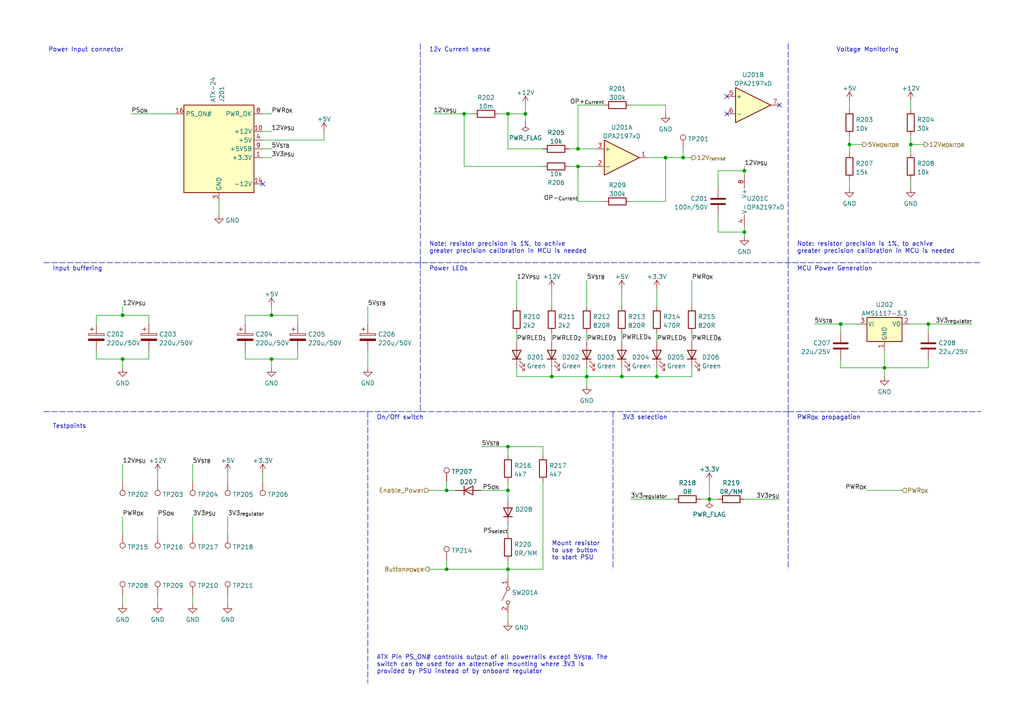
<source format=kicad_sch>
(kicad_sch (version 20211123) (generator eeschema)
  (paper "A4")
  (title_block (title "Led Wall Controller") (rev "1") (company "Skrooter Audio"))
  (lib_symbols
    (symbol "Amplifier_Operational:OPA2197xD" (pin_names (offset 0.127))
      (property "Reference" "U" (at 2.54 6.35 0))
      (property "Value" "OPA2197xD" (at 2.54 3.81 0))
      (symbol "OPA2197xD_1_1"
        (polyline (pts (xy 5.08 0) (xy -5.08 5.08) (xy -5.08 -5.08) (xy 5.08 0)) (stroke (width 0.254)) (fill (type background)))
        (pin output line (at 7.62 0 180) (length 2.54) (name "~") (number "1"))
        (pin input line (at -7.62 -2.54 0) (length 2.54) (name "-") (number "2"))
        (pin input line (at -7.62 2.54 0) (length 2.54) (name "+") (number "3"))
      )
      (symbol "OPA2197xD_2_1"
        (polyline (pts (xy 5.08 0) (xy -5.08 5.08) (xy -5.08 -5.08) (xy 5.08 0)) (stroke (width 0.254)) (fill (type background)))
        (pin input line (at -7.62 2.54 0) (length 2.54) (name "+") (number "5"))
        (pin input line (at -7.62 -2.54 0) (length 2.54) (name "-") (number "6"))
        (pin output line (at 7.62 0 180) (length 2.54) (name "~") (number "7"))
      )
      (symbol "OPA2197xD_3_1"
        (pin power_in line (at 0 -7.62 90) (length 3.81) (name "V-") (number "4"))
        (pin power_in line (at 0 7.62 270) (length 3.81) (name "V+") (number "8"))
      )
    )
    (symbol "Connector:ATX-24"
      (property "Reference" "J" (at -8.89 13.97 0))
      (property "Value" "ATX-24" (at 6.35 13.97 0))
      (symbol "ATX-24_0_1"
        (rectangle (start -10.16 12.7) (end 10.16 -12.7) (stroke (width 0.254)) (fill (type background)))
      )
      (symbol "ATX-24_1_1"
        (pin power_out line (at 12.7 -2.54 180) (length 2.54) (name "+3.3V") (number "1"))
        (pin power_out line (at 12.7 5.08 180) (length 2.54) (name "+12V") (number "10"))
        (pin passive line (at 12.7 5.08 180) (length 2.54) hide (name "+12V") (number "11"))
        (pin passive line (at 12.7 -2.54 180) (length 2.54) hide (name "+3.3V") (number "12"))
        (pin passive line (at 12.7 -2.54 180) (length 2.54) hide (name "+3.3V") (number "13"))
        (pin power_out line (at 12.7 -10.16 180) (length 2.54) (name "-12V") (number "14"))
        (pin passive line (at 0 -15.24 90) (length 2.54) hide (name "GND") (number "15"))
        (pin open_collector line (at -12.7 10.16 0) (length 2.54) (name "PS_ON#") (number "16"))
        (pin passive line (at 0 -15.24 90) (length 2.54) hide (name "GND") (number "17"))
        (pin passive line (at 0 -15.24 90) (length 2.54) hide (name "GND") (number "18"))
        (pin passive line (at 0 -15.24 90) (length 2.54) hide (name "GND") (number "19"))
        (pin passive line (at 12.7 -2.54 180) (length 2.54) hide (name "+3.3V") (number "2"))
        (pin no_connect line (at -10.16 0 0) (length 2.54) hide (name "NC") (number "20"))
        (pin passive line (at 12.7 2.54 180) (length 2.54) hide (name "+5V") (number "21"))
        (pin passive line (at 12.7 2.54 180) (length 2.54) hide (name "+5V") (number "22"))
        (pin passive line (at 12.7 2.54 180) (length 2.54) hide (name "+5V") (number "23"))
        (pin passive line (at 0 -15.24 90) (length 2.54) hide (name "GND") (number "24"))
        (pin power_out line (at 0 -15.24 90) (length 2.54) (name "GND") (number "3"))
        (pin power_out line (at 12.7 2.54 180) (length 2.54) (name "+5V") (number "4"))
        (pin passive line (at 0 -15.24 90) (length 2.54) hide (name "GND") (number "5"))
        (pin passive line (at 12.7 2.54 180) (length 2.54) hide (name "+5V") (number "6"))
        (pin passive line (at 0 -15.24 90) (length 2.54) hide (name "GND") (number "7"))
        (pin output line (at 12.7 10.16 180) (length 2.54) (name "PWR_OK") (number "8"))
        (pin power_out line (at 12.7 0 180) (length 2.54) (name "+5VSB") (number "9"))
      )
    )
    (symbol "Connector:TestPoint" (pin_numbers hide) (pin_names (offset 0.762) hide)
      (property "Reference" "TP" (at 0 6.858 0))
      (property "Value" "TestPoint" (at 0 5.08 0))
      (symbol "TestPoint_0_1"
        (circle (center 0 3.302) (radius 0.762))
      )
      (symbol "TestPoint_1_1"
        (pin passive line (at 0 0 90) (length 2.54) (name "1") (number "1"))
      )
    )
    (symbol "Device:C" (pin_numbers hide) (pin_names (offset 0.254))
      (property "Reference" "C" (at 0.635 2.54 0))
      (property "Value" "C" (at 0.635 -2.54 0))
      (symbol "C_0_1"
        (polyline (pts (xy -2.032 -0.762) (xy 2.032 -0.762)) (stroke (width 0.508)))
        (polyline (pts (xy -2.032 0.762) (xy 2.032 0.762)) (stroke (width 0.508)))
      )
      (symbol "C_1_1"
        (pin passive line (at 0 3.81 270) (length 2.794) (name "~") (number "1"))
        (pin passive line (at 0 -3.81 90) (length 2.794) (name "~") (number "2"))
      )
    )
    (symbol "Device:C_Polarized" (pin_numbers hide) (pin_names (offset 0.254))
      (property "Reference" "C" (at 0.635 2.54 0))
      (property "Value" "C_Polarized" (at 0.635 -2.54 0))
      (symbol "C_Polarized_0_1"
        (rectangle (start -2.286 0.508) (end 2.286 1.016))
        (polyline (pts (xy -1.778 2.286) (xy -0.762 2.286)))
        (polyline (pts (xy -1.27 2.794) (xy -1.27 1.778)))
        (rectangle (start 2.286 -0.508) (end -2.286 -1.016) (fill (type outline)))
      )
      (symbol "C_Polarized_1_1"
        (pin passive line (at 0 3.81 270) (length 2.794) (name "~") (number "1"))
        (pin passive line (at 0 -3.81 90) (length 2.794) (name "~") (number "2"))
      )
    )
    (symbol "Device:D" (pin_numbers hide) (pin_names (offset 1.016) hide)
      (property "Reference" "D" (at 0 2.54 0))
      (property "Value" "D" (at 0 -2.54 0))
      (symbol "D_0_1"
        (polyline (pts (xy -1.27 1.27) (xy -1.27 -1.27)) (stroke (width 0.254)))
        (polyline (pts (xy 1.27 0) (xy -1.27 0)))
        (polyline (pts (xy 1.27 1.27) (xy 1.27 -1.27) (xy -1.27 0) (xy 1.27 1.27)) (stroke (width 0.254)))
      )
      (symbol "D_1_1"
        (pin passive line (at -3.81 0 0) (length 2.54) (name "K") (number "1"))
        (pin passive line (at 3.81 0 180) (length 2.54) (name "A") (number "2"))
      )
    )
    (symbol "Device:LED" (pin_numbers hide) (pin_names (offset 1.016) hide)
      (property "Reference" "D" (at 0 2.54 0))
      (property "Value" "LED" (at 0 -2.54 0))
      (symbol "LED_0_1"
        (polyline (pts (xy -1.27 -1.27) (xy -1.27 1.27)) (stroke (width 0.254)))
        (polyline (pts (xy -1.27 0) (xy 1.27 0)))
        (polyline (pts (xy 1.27 -1.27) (xy 1.27 1.27) (xy -1.27 0) (xy 1.27 -1.27)) (stroke (width 0.254)))
        (polyline (pts (xy -3.048 -0.762) (xy -4.572 -2.286) (xy -3.81 -2.286) (xy -4.572 -2.286) (xy -4.572 -1.524)))
        (polyline (pts (xy -1.778 -0.762) (xy -3.302 -2.286) (xy -2.54 -2.286) (xy -3.302 -2.286) (xy -3.302 -1.524)))
      )
      (symbol "LED_1_1"
        (pin passive line (at -3.81 0 0) (length 2.54) (name "K") (number "1"))
        (pin passive line (at 3.81 0 180) (length 2.54) (name "A") (number "2"))
      )
    )
    (symbol "Device:R" (pin_numbers hide) (pin_names (offset 0))
      (property "Reference" "R" (at 2.032 0 90))
      (property "Value" "R" (at 0 0 90))
      (symbol "R_0_1"
        (rectangle (start -1.016 -2.54) (end 1.016 2.54) (stroke (width 0.254)))
      )
      (symbol "R_1_1"
        (pin passive line (at 0 3.81 270) (length 1.27) (name "~") (number "1"))
        (pin passive line (at 0 -3.81 90) (length 1.27) (name "~") (number "2"))
      )
    )
    (symbol "Regulator_Linear:AMS1117-3.3" (pin_names (offset 0.254))
      (property "Reference" "U" (at -3.81 3.175 0))
      (property "Value" "AMS1117-3.3" (at 0 3.175 0))
      (symbol "AMS1117-3.3_0_1"
        (rectangle (start -5.08 -5.08) (end 5.08 1.905) (stroke (width 0.254)) (fill (type background)))
      )
      (symbol "AMS1117-3.3_1_1"
        (pin power_in line (at 0 -7.62 90) (length 2.54) (name "GND") (number "1"))
        (pin power_out line (at 7.62 0 180) (length 2.54) (name "VO") (number "2"))
        (pin power_in line (at -7.62 0 0) (length 2.54) (name "VI") (number "3"))
      )
    )
    (symbol "Switch:SW_DPST_x2" (pin_names (offset 0) hide)
      (property "Reference" "SW" (at 0 3.175 0))
      (property "Value" "SW_DPST_x2" (at 0 -2.54 0))
      (symbol "SW_DPST_x2_0_0"
        (circle (center -2.032 0) (radius 0.508))
        (polyline (pts (xy -1.524 0.254) (xy 1.524 1.778)))
        (circle (center 2.032 0) (radius 0.508))
      )
      (symbol "SW_DPST_x2_1_1"
        (pin passive line (at -5.08 0 0) (length 2.54) (name "A") (number "1"))
        (pin passive line (at 5.08 0 180) (length 2.54) (name "B") (number "2"))
      )
      (symbol "SW_DPST_x2_2_1"
        (pin passive line (at -5.08 0 0) (length 2.54) (name "A") (number "3"))
        (pin passive line (at 5.08 0 180) (length 2.54) (name "B") (number "4"))
      )
    )
    (symbol "power:+12V" (power) (pin_names (offset 0))
      (property "Value" "+12V" (at 0 3.556 0))
      (symbol "+12V_0_1"
        (polyline (pts (xy -0.762 1.27) (xy 0 2.54)))
        (polyline (pts (xy 0 0) (xy 0 2.54)))
        (polyline (pts (xy 0 2.54) (xy 0.762 1.27)))
      )
      (symbol "+12V_1_1"
        (pin power_in line (at 0 0 90) (length 0) hide (name "+12V") (number "1"))
      )
    )
    (symbol "power:+3.3V" (power) (pin_names (offset 0))
      (property "Value" "+3.3V" (at 0 3.556 0))
      (symbol "+3.3V_0_1"
        (polyline (pts (xy -0.762 1.27) (xy 0 2.54)))
        (polyline (pts (xy 0 0) (xy 0 2.54)))
        (polyline (pts (xy 0 2.54) (xy 0.762 1.27)))
      )
      (symbol "+3.3V_1_1"
        (pin power_in line (at 0 0 90) (length 0) hide (name "+3.3V") (number "1"))
      )
    )
    (symbol "power:+5V" (power) (pin_names (offset 0))
      (property "Value" "+5V" (at 0 3.556 0))
      (symbol "+5V_0_1"
        (polyline (pts (xy -0.762 1.27) (xy 0 2.54)))
        (polyline (pts (xy 0 0) (xy 0 2.54)))
        (polyline (pts (xy 0 2.54) (xy 0.762 1.27)))
      )
      (symbol "+5V_1_1"
        (pin power_in line (at 0 0 90) (length 0) hide (name "+5V") (number "1"))
      )
    )
    (symbol "power:GND" (power) (pin_names (offset 0))
      (property "Value" "GND" (at 0 -3.81 0))
      (symbol "GND_0_1"
        (polyline (pts (xy 0 0) (xy 0 -1.27) (xy 1.27 -1.27) (xy 0 -2.54) (xy -1.27 -1.27) (xy 0 -1.27)))
      )
      (symbol "GND_1_1"
        (pin power_in line (at 0 0 270) (length 0) hide (name "GND") (number "1"))
      )
    )
    (symbol "power:PWR_FLAG" (power) (pin_numbers hide) (pin_names (offset 0) hide)
      (property "Value" "PWR_FLAG" (at 0 3.81 0))
      (symbol "PWR_FLAG_0_0"
        (pin power_out line (at 0 0 90) (length 0) (name "pwr") (number "1"))
      )
      (symbol "PWR_FLAG_0_1"
        (polyline (pts (xy 0 0) (xy 0 1.27) (xy -1.016 1.905) (xy 0 2.54) (xy 1.016 1.905) (xy 0 1.27)))
      )
    )
  )
  (junction (at 167.64 43.18))
  (junction (at 243.84 93.98))
  (junction (at 147.32 142.24))
  (junction (at 147.32 129.54))
  (junction (at 35.56 104.14))
  (junction (at 269.24 93.98))
  (junction (at 198.12 45.72))
  (junction (at 147.32 165.1))
  (junction (at 78.74 104.14))
  (junction (at 215.9 67.31))
  (junction (at 246.38 41.91))
  (junction (at 129.54 142.24))
  (junction (at 193.04 45.72))
  (junction (at 264.16 41.91))
  (junction (at 129.54 165.1))
  (junction (at 190.5 109.22))
  (junction (at 167.64 48.26))
  (junction (at 152.4 33.02))
  (junction (at 256.54 106.68))
  (junction (at 147.32 33.02))
  (junction (at 215.9 49.53))
  (junction (at 170.18 109.22))
  (junction (at 180.34 109.22))
  (junction (at 78.74 91.44))
  (junction (at 205.74 144.78))
  (junction (at 35.56 91.44))
  (junction (at 134.62 33.02))
  (junction (at 160.02 109.22))
  (no_connect (at 76.2 53.34))
  (no_connect (at 226.06 30.48))
  (no_connect (at 210.82 27.94))
  (no_connect (at 210.82 33.02))
  (wire (pts (xy 71.12 91.44) (xy 78.74 91.44)))
  (polyline (pts (xy 12.7 119.38) (xy 121.92 119.38)))
  (wire (pts (xy 147.32 43.18) (xy 147.32 33.02)))
  (wire (pts (xy 43.18 101.6) (xy 43.18 104.14)))
  (wire (pts (xy 215.9 48.26) (xy 215.9 49.53)))
  (wire (pts (xy 63.5 58.42) (xy 63.5 62.23)))
  (wire (pts (xy 157.48 129.54) (xy 157.48 132.08)))
  (wire (pts (xy 182.88 30.48) (xy 193.04 30.48)))
  (polyline (pts (xy 106.68 119.38) (xy 106.68 198.12)))
  (polyline (pts (xy 12.7 76.2) (xy 284.48 76.2)))
  (wire (pts (xy 45.72 172.72) (xy 45.72 175.26)))
  (wire (pts (xy 76.2 137.16) (xy 76.2 139.7)))
  (wire (pts (xy 147.32 165.1) (xy 147.32 167.64)))
  (wire (pts (xy 269.24 96.52) (xy 269.24 93.98)))
  (wire (pts (xy 134.62 48.26) (xy 134.62 33.02)))
  (wire (pts (xy 149.86 81.28) (xy 149.86 88.9)))
  (wire (pts (xy 193.04 58.42) (xy 193.04 45.72)))
  (wire (pts (xy 167.64 30.48) (xy 175.26 30.48)))
  (wire (pts (xy 35.56 149.86) (xy 35.56 154.94)))
  (wire (pts (xy 198.12 43.18) (xy 198.12 45.72)))
  (wire (pts (xy 264.16 52.07) (xy 264.16 54.61)))
  (wire (pts (xy 243.84 106.68) (xy 256.54 106.68)))
  (wire (pts (xy 205.74 139.7) (xy 205.74 144.78)))
  (wire (pts (xy 35.56 104.14) (xy 35.56 106.68)))
  (polyline (pts (xy 121.92 119.38) (xy 228.6 119.38)))
  (wire (pts (xy 215.9 67.31) (xy 215.9 68.58)))
  (wire (pts (xy 55.88 172.72) (xy 55.88 175.26)))
  (wire (pts (xy 243.84 93.98) (xy 248.92 93.98)))
  (wire (pts (xy 246.38 41.91) (xy 250.19 41.91)))
  (wire (pts (xy 35.56 91.44) (xy 43.18 91.44)))
  (wire (pts (xy 71.12 93.98) (xy 71.12 91.44)))
  (wire (pts (xy 182.88 144.78) (xy 195.58 144.78)))
  (wire (pts (xy 76.2 43.18) (xy 78.74 43.18)))
  (wire (pts (xy 187.96 45.72) (xy 193.04 45.72)))
  (wire (pts (xy 208.28 67.31) (xy 208.28 62.23)))
  (wire (pts (xy 147.32 139.7) (xy 147.32 142.24)))
  (wire (pts (xy 71.12 104.14) (xy 78.74 104.14)))
  (wire (pts (xy 256.54 106.68) (xy 256.54 109.22)))
  (wire (pts (xy 264.16 39.37) (xy 264.16 41.91)))
  (wire (pts (xy 27.94 91.44) (xy 35.56 91.44)))
  (wire (pts (xy 35.56 134.62) (xy 35.56 139.7)))
  (wire (pts (xy 269.24 104.14) (xy 269.24 106.68)))
  (polyline (pts (xy 228.6 119.38) (xy 228.6 165.1)))
  (wire (pts (xy 43.18 91.44) (xy 43.18 93.98)))
  (wire (pts (xy 264.16 29.21) (xy 264.16 31.75)))
  (wire (pts (xy 180.34 109.22) (xy 180.34 106.68)))
  (wire (pts (xy 149.86 96.52) (xy 149.86 99.06)))
  (wire (pts (xy 78.74 104.14) (xy 78.74 106.68)))
  (wire (pts (xy 45.72 149.86) (xy 45.72 154.94)))
  (wire (pts (xy 200.66 109.22) (xy 200.66 106.68)))
  (wire (pts (xy 180.34 109.22) (xy 190.5 109.22)))
  (wire (pts (xy 45.72 137.16) (xy 45.72 139.7)))
  (wire (pts (xy 256.54 106.68) (xy 256.54 101.6)))
  (wire (pts (xy 215.9 144.78) (xy 226.06 144.78)))
  (wire (pts (xy 157.48 43.18) (xy 147.32 43.18)))
  (wire (pts (xy 170.18 81.28) (xy 170.18 88.9)))
  (wire (pts (xy 236.22 93.98) (xy 243.84 93.98)))
  (wire (pts (xy 200.66 96.52) (xy 200.66 99.06)))
  (wire (pts (xy 167.64 58.42) (xy 167.64 48.26)))
  (wire (pts (xy 78.74 88.9) (xy 78.74 91.44)))
  (wire (pts (xy 106.68 101.6) (xy 106.68 106.68)))
  (wire (pts (xy 27.94 101.6) (xy 27.94 104.14)))
  (wire (pts (xy 78.74 91.44) (xy 86.36 91.44)))
  (wire (pts (xy 215.9 66.04) (xy 215.9 67.31)))
  (wire (pts (xy 160.02 109.22) (xy 149.86 109.22)))
  (wire (pts (xy 251.46 142.24) (xy 261.62 142.24)))
  (wire (pts (xy 180.34 83.82) (xy 180.34 88.9)))
  (wire (pts (xy 38.1 33.02) (xy 50.8 33.02)))
  (polyline (pts (xy 121.92 12.7) (xy 121.92 76.2)))
  (wire (pts (xy 147.32 129.54) (xy 157.48 129.54)))
  (wire (pts (xy 246.38 29.21) (xy 246.38 31.75)))
  (polyline (pts (xy 228.6 12.7) (xy 228.6 76.2)))
  (wire (pts (xy 170.18 111.76) (xy 170.18 109.22)))
  (wire (pts (xy 147.32 33.02) (xy 144.78 33.02)))
  (wire (pts (xy 147.32 142.24) (xy 147.32 144.78)))
  (wire (pts (xy 170.18 109.22) (xy 180.34 109.22)))
  (wire (pts (xy 35.56 172.72) (xy 35.56 175.26)))
  (wire (pts (xy 165.1 43.18) (xy 167.64 43.18)))
  (wire (pts (xy 246.38 39.37) (xy 246.38 41.91)))
  (wire (pts (xy 147.32 33.02) (xy 152.4 33.02)))
  (wire (pts (xy 129.54 139.7) (xy 129.54 142.24)))
  (wire (pts (xy 193.04 30.48) (xy 193.04 33.02)))
  (wire (pts (xy 198.12 45.72) (xy 200.66 45.72)))
  (wire (pts (xy 35.56 104.14) (xy 43.18 104.14)))
  (wire (pts (xy 152.4 33.02) (xy 152.4 35.56)))
  (wire (pts (xy 139.7 129.54) (xy 147.32 129.54)))
  (wire (pts (xy 243.84 96.52) (xy 243.84 93.98)))
  (wire (pts (xy 208.28 49.53) (xy 215.9 49.53)))
  (wire (pts (xy 264.16 41.91) (xy 267.97 41.91)))
  (wire (pts (xy 243.84 104.14) (xy 243.84 106.68)))
  (wire (pts (xy 215.9 67.31) (xy 208.28 67.31)))
  (wire (pts (xy 124.46 142.24) (xy 129.54 142.24)))
  (wire (pts (xy 106.68 88.9) (xy 106.68 93.98)))
  (wire (pts (xy 180.34 96.52) (xy 180.34 99.06)))
  (wire (pts (xy 170.18 106.68) (xy 170.18 109.22)))
  (wire (pts (xy 76.2 40.64) (xy 93.98 40.64)))
  (wire (pts (xy 66.04 172.72) (xy 66.04 175.26)))
  (wire (pts (xy 55.88 149.86) (xy 55.88 154.94)))
  (wire (pts (xy 246.38 41.91) (xy 246.38 44.45)))
  (wire (pts (xy 147.32 162.56) (xy 147.32 165.1)))
  (wire (pts (xy 190.5 96.52) (xy 190.5 99.06)))
  (wire (pts (xy 175.26 58.42) (xy 167.64 58.42)))
  (wire (pts (xy 124.46 165.1) (xy 129.54 165.1)))
  (wire (pts (xy 139.7 142.24) (xy 147.32 142.24)))
  (wire (pts (xy 86.36 91.44) (xy 86.36 93.98)))
  (wire (pts (xy 170.18 109.22) (xy 160.02 109.22)))
  (wire (pts (xy 76.2 38.1) (xy 78.74 38.1)))
  (wire (pts (xy 27.94 93.98) (xy 27.94 91.44)))
  (wire (pts (xy 125.73 33.02) (xy 134.62 33.02)))
  (polyline (pts (xy 228.6 76.2) (xy 228.6 119.38)))
  (wire (pts (xy 208.28 54.61) (xy 208.28 49.53)))
  (wire (pts (xy 246.38 52.07) (xy 246.38 54.61)))
  (wire (pts (xy 269.24 106.68) (xy 256.54 106.68)))
  (wire (pts (xy 167.64 48.26) (xy 172.72 48.26)))
  (wire (pts (xy 264.16 93.98) (xy 269.24 93.98)))
  (wire (pts (xy 160.02 106.68) (xy 160.02 109.22)))
  (wire (pts (xy 157.48 139.7) (xy 157.48 165.1)))
  (wire (pts (xy 129.54 142.24) (xy 132.08 142.24)))
  (wire (pts (xy 66.04 137.16) (xy 66.04 139.7)))
  (wire (pts (xy 170.18 96.52) (xy 170.18 99.06)))
  (wire (pts (xy 27.94 104.14) (xy 35.56 104.14)))
  (wire (pts (xy 55.88 134.62) (xy 55.88 139.7)))
  (wire (pts (xy 152.4 30.48) (xy 152.4 33.02)))
  (wire (pts (xy 147.32 165.1) (xy 157.48 165.1)))
  (wire (pts (xy 160.02 96.52) (xy 160.02 99.06)))
  (wire (pts (xy 193.04 45.72) (xy 198.12 45.72)))
  (wire (pts (xy 167.64 43.18) (xy 167.64 30.48)))
  (wire (pts (xy 190.5 83.82) (xy 190.5 88.9)))
  (wire (pts (xy 190.5 109.22) (xy 190.5 106.68)))
  (wire (pts (xy 134.62 33.02) (xy 137.16 33.02)))
  (polyline (pts (xy 228.6 119.38) (xy 284.48 119.38)))
  (wire (pts (xy 160.02 83.82) (xy 160.02 88.9)))
  (wire (pts (xy 129.54 162.56) (xy 129.54 165.1)))
  (wire (pts (xy 182.88 58.42) (xy 193.04 58.42)))
  (wire (pts (xy 167.64 43.18) (xy 172.72 43.18)))
  (wire (pts (xy 269.24 93.98) (xy 281.94 93.98)))
  (polyline (pts (xy 121.92 76.2) (xy 121.92 119.38)))
  (wire (pts (xy 78.74 104.14) (xy 86.36 104.14)))
  (wire (pts (xy 71.12 101.6) (xy 71.12 104.14)))
  (wire (pts (xy 93.98 40.64) (xy 93.98 38.1)))
  (wire (pts (xy 165.1 48.26) (xy 167.64 48.26)))
  (polyline (pts (xy 177.8 119.38) (xy 177.8 165.1)))
  (wire (pts (xy 200.66 81.28) (xy 200.66 88.9)))
  (wire (pts (xy 190.5 109.22) (xy 200.66 109.22)))
  (wire (pts (xy 149.86 109.22) (xy 149.86 106.68)))
  (wire (pts (xy 157.48 48.26) (xy 134.62 48.26)))
  (wire (pts (xy 205.74 144.78) (xy 208.28 144.78)))
  (wire (pts (xy 66.04 149.86) (xy 66.04 154.94)))
  (wire (pts (xy 147.32 129.54) (xy 147.32 132.08)))
  (wire (pts (xy 215.9 49.53) (xy 215.9 50.8)))
  (wire (pts (xy 76.2 33.02) (xy 78.74 33.02)))
  (wire (pts (xy 76.2 45.72) (xy 78.74 45.72)))
  (wire (pts (xy 264.16 41.91) (xy 264.16 44.45)))
  (wire (pts (xy 86.36 101.6) (xy 86.36 104.14)))
  (wire (pts (xy 147.32 177.8) (xy 147.32 180.34)))
  (wire (pts (xy 203.2 144.78) (xy 205.74 144.78)))
  (wire (pts (xy 147.32 152.4) (xy 147.32 154.94)))
  (wire (pts (xy 35.56 88.9) (xy 35.56 91.44)))
  (wire (pts (xy 129.54 165.1) (xy 147.32 165.1)))
  (text "3V3 selection" (at 180.34 121.92 0) (effects (font (size 1.27 1.27)) (justify left bottom)))
  (text "Power LEDs\n" (at 124.46 78.74 0) (effects (font (size 1.27 1.27)) (justify left bottom)))
  (text "Power Input connector\n" (at 13.97 15.24 0) (effects (font (size 1.27 1.27)) (justify left bottom)))
  (text "ATX Pin PS_ON# controlls output of all powerrails except 5V_{STB}. The \nswitch can be used for an alternative mounting where 3V3 is \nprovided by PSU instead of by onboard regulator" (at 109.22 195.58 0) (effects (font (size 1.27 1.27)) (justify left bottom)))
  (text "Mount resistor \nto use button \nto start PSU\n" (at 160.02 162.56 0) (effects (font (size 1.27 1.27)) (justify left bottom)))
  (text "On/Off switch\n" (at 109.22 121.92 0) (effects (font (size 1.27 1.27)) (justify left bottom)))
  (text "Input buffering" (at 15.24 78.74 0) (effects (font (size 1.27 1.27)) (justify left bottom)))
  (text "Voltage Monitoring\n" (at 242.57 15.24 0) (effects (font (size 1.27 1.27)) (justify left bottom)))
  (text "Note: resistor precision is 1%, to achive \ngreater precision calibration in MCU is needed\n" (at 231.14 73.66 0) (effects (font (size 1.27 1.27)) (justify left bottom)))
  (text "PWR_{OK} propagation" (at 231.14 121.92 0) (effects (font (size 1.27 1.27)) (justify left bottom)))
  (text "Note: resistor precision is 1%, to achive \ngreater precision calibration in MCU is needed\n" (at 124.46 73.66 0) (effects (font (size 1.27 1.27)) (justify left bottom)))
  (text "Testpoints" (at 15.24 124.46 0) (effects (font (size 1.27 1.27)) (justify left bottom)))
  (text "12v Current sense" (at 124.46 15.24 0) (effects (font (size 1.27 1.27)) (justify left bottom)))
  (text "MCU Power Generation\n" (at 231.14 78.74 0) (effects (font (size 1.27 1.27)) (justify left bottom)))
  (label "PWRLED_{4}" (at 180.34 98.8223 0))
  (label "5V_{STB}" (at 55.88 134.62 0))
  (label "12V_{PSU}" (at 78.74 38.1 0))
  (label "12V_{PSU}" (at 125.73 33.02 0))
  (label "5V_{STB}" (at 106.68 88.9 0))
  (label "PWR_{OK}" (at 35.56 149.86 0))
  (label "PWRLED_{1}" (at 149.86 99.06 0))
  (label "12V_{PSU}" (at 35.56 88.9 0))
  (label "12V_{PSU}" (at 149.86 81.28 0))
  (label "5V_{STB}" (at 236.22 93.98 0))
  (label "5V_{STB}" (at 78.74 43.18 0))
  (label "OP+_{Current}" (at 175.26 30.48 180))
  (label "PWRLED_{2}" (at 160.02 99.06 0))
  (label "3V3_{regulator}" (at 66.04 149.86 0))
  (label "3V3_{PSU}" (at 226.06 144.78 180))
  (label "3V3_{regulator}" (at 182.88 144.78 0))
  (label "PWRLED_{6}" (at 200.66 99.06 0))
  (label "PS_{ON}" (at 144.78 142.24 180))
  (label "12V_{PSU}" (at 35.56 134.62 0))
  (label "PWRLED_{5}" (at 190.5 99.06 0))
  (label "3V3_{PSU}" (at 78.74 45.72 0))
  (label "12V_{PSU}" (at 215.9 48.26 0))
  (label "PS_{ON}" (at 38.1 33.02 0))
  (label "PWR_{OK}" (at 78.74 33.02 0))
  (label "OP-_{Current}" (at 167.64 58.42 180))
  (label "5V_{STB}" (at 170.18 81.28 0))
  (label "3V3_{regulator}" (at 281.94 93.98 180))
  (label "PWR_{OK}" (at 251.46 142.24 180))
  (label "PS_{select}" (at 147.32 154.94 180))
  (label "PWR_{OK}" (at 200.66 81.28 0))
  (label "5V_{STB}" (at 139.7 129.54 0))
  (label "3V3_{PSU}" (at 55.88 149.86 0))
  (label "PS_{ON}" (at 45.72 149.86 0))
  (label "PWRLED_{3}" (at 170.18 99.06 0))
  (hierarchical_label "PWR_{OK}" (shape input) (at 261.62 142.24 0))
  (hierarchical_label "5V_{MONITOR}" (shape output) (at 250.19 41.91 0))
  (hierarchical_label "12V_{MONITOR}" (shape output) (at 267.97 41.91 0))
  (hierarchical_label "Enable_Power" (shape input) (at 124.46 142.24 180))
  (hierarchical_label "12V_{Isense}" (shape output) (at 200.66 45.72 0))
  (hierarchical_label "Button_{POWER}" (shape output) (at 124.46 165.1 180))
  (symbol (lib_id "power:+3.3V") (at 76.2 137.16 0) (unit 1)
    (property "Reference" "#PWR0221" (effects hide))
    (property "Value" "+3.3V" (at 76.2 133.5842 0))
  )
  (symbol (lib_id "Amplifier_Operational:OPA2197xD") (at 180.34 45.72 0) (unit 1)
    (property "Reference" "U201" (at 180.34 36.9402 0))
    (property "Value" "OPA2197xD" (at 180.34 39.4771 0))
    (property "Footprint" "Package_SO:SOIC-8_3.9x4.9mm_P1.27mm" (effects hide))
    (property "Datasheet" "http://www.ti.com/lit/ds/symlink/opa2197.pdf" (effects hide))
    (property "LCSC" "C139363" (effects hide))
  )
  (symbol (lib_id "Device:LED") (at 149.86 102.87 90) (unit 1)
    (property "Reference" "D201" (at 152.781 103.6228 90) (effects (justify right)))
    (property "Value" "Green" (at 152.781 106.1597 90) (effects (justify right)))
    (property "Footprint" "LED_SMD:LED_0603_1608Metric_Pad1.05x0.95mm_HandSolder" (effects hide))
    (property "LCSC" "C72043" (effects hide))
  )
  (symbol (lib_id "Device:R") (at 160.02 92.71 180) (unit 1)
    (property "Reference" "R211" (at 161.798 91.8753 0) (effects (justify right)))
    (property "Value" "2k2" (at 161.798 94.4122 0) (effects (justify right)))
    (property "Footprint" "Resistor_SMD:R_0603_1608Metric_Pad0.98x0.95mm_HandSolder" (effects hide))
    (property "LCSC" "C4190" (effects hide))
  )
  (symbol (lib_id "power:GND") (at 193.04 33.02 0) (unit 1)
    (property "Reference" "#PWR0204" (effects hide))
    (property "Value" "GND" (at 193.04 37.4634 0))
  )
  (symbol (lib_id "Device:D") (at 147.32 148.59 90) (unit 1)
    (property "Reference" "D208" (at 149.352 147.7553 90) (effects (justify right)))
    (property "Value" "D" (effects hide))
    (property "Footprint" "Diode_SMD:D_SOD-123" (effects hide))
    (property "LCSC" "C64898" (effects hide))
  )
  (symbol (lib_id "Device:R") (at 179.07 58.42 90) (mirror x) (unit 1)
    (property "Reference" "R209" (at 179.07 53.7042 90))
    (property "Value" "300k" (at 179.07 56.2411 90))
    (property "Footprint" "Resistor_SMD:R_0603_1608Metric_Pad0.98x0.95mm_HandSolder" (effects hide))
    (property "LCSC" "C23024" (effects hide))
  )
  (symbol (lib_id "power:GND") (at 106.68 106.68 0) (unit 1)
    (property "Reference" "#PWR0216" (effects hide))
    (property "Value" "GND" (at 106.68 111.1234 0))
  )
  (symbol (lib_id "power:GND") (at 35.56 106.68 0) (unit 1)
    (property "Reference" "#PWR0214" (effects hide))
    (property "Value" "GND" (at 35.56 111.1234 0))
  )
  (symbol (lib_id "Connector:TestPoint") (at 66.04 154.94 180) (unit 1)
    (property "Reference" "TP218" (at 67.437 158.6758 0) (effects (justify right)))
    (property "Value" "TestPoint" (effects hide))
    (property "Footprint" "TestPoint:TestPoint_Loop_D1.80mm_Drill1.0mm_Beaded" (effects hide))
    (property "LCSC" "C238122" (effects hide))
  )
  (symbol (lib_id "Connector:TestPoint") (at 35.56 139.7 180) (unit 1)
    (property "Reference" "TP202" (at 36.957 143.4358 0) (effects (justify right)))
    (property "Value" "TestPoint" (effects hide))
    (property "Footprint" "TestPoint:TestPoint_Loop_D1.80mm_Drill1.0mm_Beaded" (effects hide))
    (property "LCSC" "C238122" (effects hide))
  )
  (symbol (lib_id "power:GND") (at 78.74 106.68 0) (unit 1)
    (property "Reference" "#PWR0215" (effects hide))
    (property "Value" "GND" (at 78.74 111.1234 0))
  )
  (symbol (lib_id "Regulator_Linear:AMS1117-3.3") (at 256.54 93.98 0) (unit 1)
    (property "Reference" "U202" (at 256.54 88.3752 0))
    (property "Value" "AMS1117-3.3" (at 256.54 90.9121 0))
    (property "Footprint" "Package_TO_SOT_SMD:SOT-223-3_TabPin2" (effects hide))
    (property "Datasheet" "http://www.advanced-monolithic.com/pdf/ds1117.pdf" (effects hide))
    (property "LCSC" "C6186" (effects hide))
  )
  (symbol (lib_id "Device:R") (at 161.29 43.18 270) (mirror x) (unit 1)
    (property "Reference" "R205" (at 161.29 38.4642 90))
    (property "Value" "10k" (at 161.29 41.0011 90))
    (property "Footprint" "Resistor_SMD:R_0603_1608Metric_Pad0.98x0.95mm_HandSolder" (effects hide))
    (property "LCSC" "C25804" (effects hide))
  )
  (symbol (lib_id "Device:R") (at 149.86 92.71 180) (unit 1)
    (property "Reference" "R210" (at 151.638 91.8753 0) (effects (justify right)))
    (property "Value" "2k2" (at 151.638 94.4122 0) (effects (justify right)))
    (property "Footprint" "Resistor_SMD:R_0603_1608Metric_Pad0.98x0.95mm_HandSolder" (effects hide))
    (property "LCSC" "C4190" (effects hide))
  )
  (symbol (lib_id "Device:R") (at 200.66 92.71 180) (unit 1)
    (property "Reference" "R215" (at 202.438 91.8753 0) (effects (justify right)))
    (property "Value" "820R" (at 202.438 94.4122 0) (effects (justify right)))
    (property "Footprint" "Resistor_SMD:R_0603_1608Metric_Pad0.98x0.95mm_HandSolder" (effects hide))
    (property "LCSC" "C23253" (effects hide))
  )
  (symbol (lib_id "Device:C") (at 208.28 58.42 0) (mirror x) (unit 1)
    (property "Reference" "C201" (at 205.3591 57.5853 0) (effects (justify right)))
    (property "Value" "100n/50V" (at 205.3591 60.1222 0) (effects (justify right)))
    (property "Footprint" "Capacitor_SMD:C_0603_1608Metric_Pad1.08x0.95mm_HandSolder" (effects hide))
    (property "LCSC" "C14663" (effects hide))
  )
  (symbol (lib_id "power:PWR_FLAG") (at 152.4 35.56 180) (unit 1)
    (property "Reference" "#FLG0201" (effects hide))
    (property "Value" "PWR_FLAG" (at 152.4 40.0034 0))
  )
  (symbol (lib_id "power:+3.3V") (at 205.74 139.7 0) (unit 1)
    (property "Reference" "#PWR0222" (effects hide))
    (property "Value" "+3.3V" (at 205.74 136.1242 0))
  )
  (symbol (lib_id "power:+5V") (at 66.04 137.16 0) (unit 1)
    (property "Reference" "#PWR0220" (effects hide))
    (property "Value" "+5V" (at 66.04 133.5842 0))
  )
  (symbol (lib_id "power:GND") (at 256.54 109.22 0) (unit 1)
    (property "Reference" "#PWR0217" (effects hide))
    (property "Value" "GND" (at 256.54 113.6634 0))
  )
  (symbol (lib_id "Device:R") (at 246.38 48.26 0) (unit 1)
    (property "Reference" "R207" (at 248.158 47.4253 0) (effects (justify left)))
    (property "Value" "15k" (at 248.158 49.9622 0) (effects (justify left)))
    (property "Footprint" "Resistor_SMD:R_0603_1608Metric_Pad0.98x0.95mm_HandSolder" (effects hide))
    (property "LCSC" "C22809" (effects hide))
  )
  (symbol (lib_id "Device:LED") (at 190.5 102.87 90) (unit 1)
    (property "Reference" "D205" (at 193.421 103.6228 90) (effects (justify right)))
    (property "Value" "Green" (at 193.421 106.1597 90) (effects (justify right)))
    (property "Footprint" "LED_SMD:LED_0603_1608Metric_Pad1.05x0.95mm_HandSolder" (effects hide))
    (property "LCSC" "C72043" (effects hide))
  )
  (symbol (lib_id "power:GND") (at 35.56 175.26 0) (unit 1)
    (property "Reference" "#PWR0223" (effects hide))
    (property "Value" "GND" (at 35.56 179.7034 0))
  )
  (symbol (lib_id "Connector:TestPoint") (at 198.12 43.18 0) (unit 1)
    (property "Reference" "TP201" (at 199.517 40.3118 0) (effects (justify left)))
    (property "Value" "TestPoint" (effects hide))
    (property "Footprint" "TestPoint:TestPoint_Loop_D1.80mm_Drill1.0mm_Beaded" (effects hide))
    (property "LCSC" "C238122" (effects hide))
  )
  (symbol (lib_id "Device:R") (at 264.16 35.56 0) (unit 1)
    (property "Reference" "R204" (at 265.938 34.7253 0) (effects (justify left)))
    (property "Value" "30k" (at 265.938 37.2622 0) (effects (justify left)))
    (property "Footprint" "Resistor_SMD:R_0603_1608Metric_Pad0.98x0.95mm_HandSolder" (effects hide))
    (property "LCSC" "C22984" (effects hide))
  )
  (symbol (lib_id "power:+12V") (at 264.16 29.21 0) (unit 1)
    (property "Reference" "#PWR0202" (effects hide))
    (property "Value" "+12V" (at 264.16 25.6342 0))
  )
  (symbol (lib_id "Device:C_Polarized") (at 27.94 97.79 0) (unit 1)
    (property "Reference" "C202" (at 30.861 96.9553 0) (effects (justify left)))
    (property "Value" "220u/50V" (at 30.861 99.4922 0) (effects (justify left)))
    (property "Footprint" "Capacitor_SMD:CP_Elec_10x10" (effects hide))
    (property "LCSC" "C125977" (effects hide))
  )
  (symbol (lib_id "Device:D") (at 135.89 142.24 0) (unit 1)
    (property "Reference" "D207" (at 135.89 139.8072 0))
    (property "Value" "D" (effects hide))
    (property "Footprint" "Diode_SMD:D_SOD-123" (effects hide))
    (property "LCSC" "C64898" (effects hide))
  )
  (symbol (lib_id "Device:C_Polarized") (at 86.36 97.79 0) (unit 1)
    (property "Reference" "C205" (at 89.281 96.9553 0) (effects (justify left)))
    (property "Value" "220u/50V" (at 89.281 99.4922 0) (effects (justify left)))
    (property "Footprint" "Capacitor_SMD:CP_Elec_10x10" (effects hide))
    (property "LCSC" "C125977" (effects hide))
  )
  (symbol (lib_id "Connector:TestPoint") (at 35.56 154.94 180) (unit 1)
    (property "Reference" "TP215" (at 36.957 158.6758 0) (effects (justify right)))
    (property "Value" "TestPoint" (effects hide))
    (property "Footprint" "TestPoint:TestPoint_Loop_D1.80mm_Drill1.0mm_Beaded" (effects hide))
    (property "LCSC" "C238122" (effects hide))
  )
  (symbol (lib_id "Device:C_Polarized") (at 71.12 97.79 0) (unit 1)
    (property "Reference" "C204" (at 74.041 96.9553 0) (effects (justify left)))
    (property "Value" "220u/50V" (at 74.041 99.4922 0) (effects (justify left)))
    (property "Footprint" "Capacitor_SMD:CP_Elec_10x10" (effects hide))
    (property "LCSC" "C125977" (effects hide))
  )
  (symbol (lib_id "power:GND") (at 55.88 175.26 0) (unit 1)
    (property "Reference" "#PWR0225" (effects hide))
    (property "Value" "GND" (at 55.88 179.7034 0))
  )
  (symbol (lib_id "Device:R") (at 199.39 144.78 270) (mirror x) (unit 1)
    (property "Reference" "R218" (at 199.39 140.0642 90))
    (property "Value" "0R" (at 199.39 142.6011 90))
    (property "Footprint" "Resistor_SMD:R_0603_1608Metric_Pad0.98x0.95mm_HandSolder" (effects hide))
    (property "LCSC" "C21189" (effects hide))
  )
  (symbol (lib_id "Device:R") (at 180.34 92.71 180) (unit 1)
    (property "Reference" "R213" (at 182.118 91.8753 0) (effects (justify right)))
    (property "Value" "820R" (at 182.118 94.4122 0) (effects (justify right)))
    (property "Footprint" "Resistor_SMD:R_0603_1608Metric_Pad0.98x0.95mm_HandSolder" (effects hide))
    (property "LCSC" "C23253" (effects hide))
  )
  (symbol (lib_id "power:+12V") (at 160.02 83.82 0) (unit 1)
    (property "Reference" "#PWR0210" (effects hide))
    (property "Value" "+12V" (at 160.02 80.2442 0))
  )
  (symbol (lib_id "Connector:TestPoint") (at 76.2 139.7 180) (unit 1)
    (property "Reference" "TP206" (at 77.597 143.4358 0) (effects (justify right)))
    (property "Value" "TestPoint" (effects hide))
    (property "Footprint" "TestPoint:TestPoint_Loop_D1.80mm_Drill1.0mm_Beaded" (effects hide))
    (property "LCSC" "C238122" (effects hide))
  )
  (symbol (lib_id "Connector:TestPoint") (at 45.72 139.7 180) (unit 1)
    (property "Reference" "TP203" (at 47.117 143.4358 0) (effects (justify right)))
    (property "Value" "TestPoint" (effects hide))
    (property "Footprint" "TestPoint:TestPoint_Loop_D1.80mm_Drill1.0mm_Beaded" (effects hide))
    (property "LCSC" "C238122" (effects hide))
  )
  (symbol (lib_id "power:+12V") (at 152.4 30.48 0) (unit 1)
    (property "Reference" "#PWR0203" (effects hide))
    (property "Value" "+12V" (at 152.4 26.9042 0))
  )
  (symbol (lib_id "Connector:ATX-24") (at 63.5 43.18 0) (unit 1)
    (property "Reference" "J201" (at 64.3347 29.7181 90) (effects (justify left)))
    (property "Value" "ATX-24" (at 61.7978 29.7181 90) (effects (justify left)))
    (property "Footprint" "Skrooter_footprints:442060007" (effects hide))
    (property "Datasheet" "https://www.intel.com/content/dam/www/public/us/en/documents/guides/power-supply-design-guide-june.pdf#page=33" (effects hide))
    (property "LCSC" "C500834" (effects hide))
  )
  (symbol (lib_id "Amplifier_Operational:OPA2197xD") (at 215.9 58.42 0) (unit 3)
    (property "Reference" "U201" (at 216.535 57.5853 0) (effects (justify left)))
    (property "Value" "OPA2197xD" (at 216.535 60.1222 0) (effects (justify left)))
    (property "Footprint" "Package_SO:SOIC-8_3.9x4.9mm_P1.27mm" (effects hide))
    (property "Datasheet" "http://www.ti.com/lit/ds/symlink/opa2197.pdf" (effects hide))
    (property "LCSC" "C139363" (effects hide))
  )
  (symbol (lib_id "power:GND") (at 66.04 175.26 0) (unit 1)
    (property "Reference" "#PWR0226" (effects hide))
    (property "Value" "GND" (at 66.04 179.7034 0))
  )
  (symbol (lib_id "Device:LED") (at 160.02 102.87 90) (unit 1)
    (property "Reference" "D202" (at 162.941 103.6228 90) (effects (justify right)))
    (property "Value" "Green" (at 162.941 106.1597 90) (effects (justify right)))
    (property "Footprint" "LED_SMD:LED_0603_1608Metric_Pad1.05x0.95mm_HandSolder" (effects hide))
    (property "LCSC" "C72043" (effects hide))
  )
  (symbol (lib_id "Device:LED") (at 180.34 102.87 90) (unit 1)
    (property "Reference" "D204" (at 183.261 103.6228 90) (effects (justify right)))
    (property "Value" "Green" (at 183.261 106.1597 90) (effects (justify right)))
    (property "Footprint" "LED_SMD:LED_0603_1608Metric_Pad1.05x0.95mm_HandSolder" (effects hide))
    (property "LCSC" "C72043" (effects hide))
  )
  (symbol (lib_id "Amplifier_Operational:OPA2197xD") (at 218.44 30.48 0) (unit 2)
    (property "Reference" "U201" (at 218.44 21.7002 0))
    (property "Value" "OPA2197xD" (at 218.44 24.2371 0))
    (property "Footprint" "Package_SO:SOIC-8_3.9x4.9mm_P1.27mm" (effects hide))
    (property "Datasheet" "http://www.ti.com/lit/ds/symlink/opa2197.pdf" (effects hide))
    (property "LCSC" "C139363" (effects hide))
  )
  (symbol (lib_id "Connector:TestPoint") (at 55.88 154.94 180) (unit 1)
    (property "Reference" "TP217" (at 57.277 158.6758 0) (effects (justify right)))
    (property "Value" "TestPoint" (effects hide))
    (property "Footprint" "TestPoint:TestPoint_Loop_D1.80mm_Drill1.0mm_Beaded" (effects hide))
    (property "LCSC" "C238122" (effects hide))
  )
  (symbol (lib_id "Device:LED") (at 200.66 102.87 90) (unit 1)
    (property "Reference" "D206" (at 203.581 103.6228 90) (effects (justify right)))
    (property "Value" "Green" (at 203.581 106.1597 90) (effects (justify right)))
    (property "Footprint" "LED_SMD:LED_0603_1608Metric_Pad1.05x0.95mm_HandSolder" (effects hide))
    (property "LCSC" "C72043" (effects hide))
  )
  (symbol (lib_id "power:GND") (at 264.16 54.61 0) (unit 1)
    (property "Reference" "#PWR0207" (effects hide))
    (property "Value" "GND" (at 264.16 59.0534 0))
  )
  (symbol (lib_id "Device:C_Polarized") (at 43.18 97.79 0) (unit 1)
    (property "Reference" "C203" (at 46.101 96.9553 0) (effects (justify left)))
    (property "Value" "220u/50V" (at 46.101 99.4922 0) (effects (justify left)))
    (property "Footprint" "Capacitor_SMD:CP_Elec_10x10" (effects hide))
    (property "LCSC" "C125977" (effects hide))
  )
  (symbol (lib_id "Device:R") (at 147.32 135.89 0) (unit 1)
    (property "Reference" "R216" (at 149.098 135.0553 0) (effects (justify left)))
    (property "Value" "4k7" (at 149.098 137.5922 0) (effects (justify left)))
    (property "Footprint" "Resistor_SMD:R_0603_1608Metric_Pad0.98x0.95mm_HandSolder" (effects hide))
    (property "LCSC" "C23162" (effects hide))
  )
  (symbol (lib_id "Device:C_Polarized") (at 106.68 97.79 0) (unit 1)
    (property "Reference" "C206" (at 109.601 96.9553 0) (effects (justify left)))
    (property "Value" "220u/50V" (at 109.601 99.4922 0) (effects (justify left)))
    (property "Footprint" "Capacitor_SMD:CP_Elec_10x10" (effects hide))
    (property "LCSC" "C125977" (effects hide))
  )
  (symbol (lib_id "Device:C") (at 243.84 100.33 0) (mirror x) (unit 1)
    (property "Reference" "C207" (at 240.919 99.4953 0) (effects (justify right)))
    (property "Value" "22u/25V" (at 240.919 102.0322 0) (effects (justify right)))
    (property "Footprint" "Capacitor_SMD:C_1206_3216Metric_Pad1.33x1.80mm_HandSolder" (effects hide))
    (property "LCSC" "C12891" (effects hide))
  )
  (symbol (lib_id "Connector:TestPoint") (at 129.54 162.56 0) (unit 1)
    (property "Reference" "TP214" (at 130.937 159.6918 0) (effects (justify left)))
    (property "Value" "TestPoint" (effects hide))
    (property "Footprint" "TestPoint:TestPoint_Loop_D1.80mm_Drill1.0mm_Beaded" (effects hide))
    (property "LCSC" "C238122" (effects hide))
  )
  (symbol (lib_id "power:PWR_FLAG") (at 205.74 144.78 180) (unit 1)
    (property "Reference" "#FLG0202" (effects hide))
    (property "Value" "PWR_FLAG" (at 205.74 149.2234 0))
  )
  (symbol (lib_id "power:GND") (at 246.38 54.61 0) (unit 1)
    (property "Reference" "#PWR0206" (effects hide))
    (property "Value" "GND" (at 246.38 59.0534 0))
  )
  (symbol (lib_id "Device:R") (at 212.09 144.78 270) (mirror x) (unit 1)
    (property "Reference" "R219" (at 212.09 140.0642 90))
    (property "Value" "0R/NM" (at 212.09 142.6011 90))
    (property "Footprint" "Resistor_SMD:R_0603_1608Metric_Pad0.98x0.95mm_HandSolder" (effects hide))
  )
  (symbol (lib_id "power:+3.3V") (at 190.5 83.82 0) (unit 1)
    (property "Reference" "#PWR0212" (effects hide))
    (property "Value" "+3.3V" (at 190.5 80.2442 0))
  )
  (symbol (lib_id "power:GND") (at 63.5 62.23 0) (unit 1)
    (property "Reference" "#PWR0208" (effects hide))
    (property "Value" "GND" (at 65.405 63.9338 0) (effects (justify left)))
  )
  (symbol (lib_id "Connector:TestPoint") (at 55.88 172.72 0) (unit 1)
    (property "Reference" "TP210" (at 57.277 169.8518 0) (effects (justify left)))
    (property "Value" "TestPoint" (effects hide))
    (property "Footprint" "TestPoint:TestPoint_Loop_D1.80mm_Drill1.0mm_Beaded" (effects hide))
    (property "LCSC" "C238122" (effects hide))
  )
  (symbol (lib_id "power:GND") (at 170.18 111.76 0) (unit 1)
    (property "Reference" "#PWR0218" (effects hide))
    (property "Value" "GND" (at 170.18 116.2034 0))
  )
  (symbol (lib_id "Device:R") (at 170.18 92.71 180) (unit 1)
    (property "Reference" "R212" (at 171.958 91.8753 0) (effects (justify right)))
    (property "Value" "820R" (at 171.958 94.4122 0) (effects (justify right)))
    (property "Footprint" "Resistor_SMD:R_0603_1608Metric_Pad0.98x0.95mm_HandSolder" (effects hide))
    (property "LCSC" "C23253" (effects hide))
  )
  (symbol (lib_id "power:+5V") (at 78.74 88.9 0) (unit 1)
    (property "Reference" "#PWR0213" (effects hide))
    (property "Value" "+5V" (at 78.74 85.3242 0))
  )
  (symbol (lib_id "Connector:TestPoint") (at 55.88 139.7 180) (unit 1)
    (property "Reference" "TP204" (at 57.277 143.4358 0) (effects (justify right)))
    (property "Value" "TestPoint" (effects hide))
    (property "Footprint" "TestPoint:TestPoint_Loop_D1.80mm_Drill1.0mm_Beaded" (effects hide))
    (property "LCSC" "C238122" (effects hide))
  )
  (symbol (lib_id "Connector:TestPoint") (at 66.04 172.72 0) (unit 1)
    (property "Reference" "TP211" (at 67.437 169.8518 0) (effects (justify left)))
    (property "Value" "TestPoint" (effects hide))
    (property "Footprint" "TestPoint:TestPoint_Loop_D1.80mm_Drill1.0mm_Beaded" (effects hide))
    (property "LCSC" "C238122" (effects hide))
  )
  (symbol (lib_id "Connector:TestPoint") (at 66.04 139.7 180) (unit 1)
    (property "Reference" "TP205" (at 67.437 143.4358 0) (effects (justify right)))
    (property "Value" "TestPoint" (effects hide))
    (property "Footprint" "TestPoint:TestPoint_Loop_D1.80mm_Drill1.0mm_Beaded" (effects hide))
    (property "LCSC" "C238122" (effects hide))
  )
  (symbol (lib_id "Connector:TestPoint") (at 45.72 172.72 0) (unit 1)
    (property "Reference" "TP209" (at 47.117 169.8518 0) (effects (justify left)))
    (property "Value" "TestPoint" (effects hide))
    (property "Footprint" "TestPoint:TestPoint_Loop_D1.80mm_Drill1.0mm_Beaded" (effects hide))
    (property "LCSC" "C238122" (effects hide))
  )
  (symbol (lib_id "Switch:SW_DPST_x2") (at 147.32 172.72 90) (mirror x) (unit 1)
    (property "Reference" "SW201" (at 148.463 171.8853 90) (effects (justify right)))
    (property "Value" "SW_MEC_5G" (effects hide))
    (property "Footprint" "Button_Switch_SMD:SW_SPST_TL3342" (effects hide))
    (property "LCSC" "C318884" (effects hide))
  )
  (symbol (lib_id "Device:C") (at 269.24 100.33 0) (unit 1)
    (property "Reference" "C208" (at 272.161 99.4953 0) (effects (justify left)))
    (property "Value" "22u/25V" (at 272.161 102.0322 0) (effects (justify left)))
    (property "Footprint" "Capacitor_SMD:C_1206_3216Metric_Pad1.33x1.80mm_HandSolder" (effects hide))
    (property "LCSC" "C12891" (effects hide))
  )
  (symbol (lib_id "Connector:TestPoint") (at 129.54 139.7 0) (unit 1)
    (property "Reference" "TP207" (at 130.937 136.8318 0) (effects (justify left)))
    (property "Value" "TestPoint" (effects hide))
    (property "Footprint" "TestPoint:TestPoint_Loop_D1.80mm_Drill1.0mm_Beaded" (effects hide))
    (property "LCSC" "C238122" (effects hide))
  )
  (symbol (lib_id "Device:LED") (at 170.18 102.87 90) (unit 1)
    (property "Reference" "D203" (at 173.101 103.6228 90) (effects (justify right)))
    (property "Value" "Green" (at 173.101 106.1597 90) (effects (justify right)))
    (property "Footprint" "LED_SMD:LED_0603_1608Metric_Pad1.05x0.95mm_HandSolder" (effects hide))
    (property "LCSC" "C72043" (effects hide))
  )
  (symbol (lib_id "power:+12V") (at 45.72 137.16 0) (unit 1)
    (property "Reference" "#PWR0219" (effects hide))
    (property "Value" "+12V" (at 45.72 133.5842 0))
  )
  (symbol (lib_id "power:+5V") (at 246.38 29.21 0) (unit 1)
    (property "Reference" "#PWR0201" (effects hide))
    (property "Value" "+5V" (at 246.38 25.6342 0))
  )
  (symbol (lib_id "Connector:TestPoint") (at 45.72 154.94 180) (unit 1)
    (property "Reference" "TP216" (at 47.117 158.6758 0) (effects (justify right)))
    (property "Value" "TestPoint" (effects hide))
    (property "Footprint" "TestPoint:TestPoint_Loop_D1.80mm_Drill1.0mm_Beaded" (effects hide))
    (property "LCSC" "C238122" (effects hide))
  )
  (symbol (lib_id "power:GND") (at 45.72 175.26 0) (unit 1)
    (property "Reference" "#PWR0224" (effects hide))
    (property "Value" "GND" (at 45.72 179.7034 0))
  )
  (symbol (lib_id "Device:R") (at 161.29 48.26 90) (unit 1)
    (property "Reference" "R206" (at 161.29 52.9758 90))
    (property "Value" "10k" (at 161.29 50.4389 90))
    (property "Footprint" "Resistor_SMD:R_0603_1608Metric_Pad0.98x0.95mm_HandSolder" (effects hide))
    (property "LCSC" "C25804" (effects hide))
  )
  (symbol (lib_id "power:GND") (at 147.32 180.34 0) (unit 1)
    (property "Reference" "#PWR0229" (effects hide))
    (property "Value" "GND" (at 149.225 182.0438 0) (effects (justify left)))
  )
  (symbol (lib_id "Device:R") (at 190.5 92.71 180) (unit 1)
    (property "Reference" "R214" (at 192.278 91.8753 0) (effects (justify right)))
    (property "Value" "470R" (at 192.278 94.4122 0) (effects (justify right)))
    (property "Footprint" "Resistor_SMD:R_0603_1608Metric_Pad0.98x0.95mm_HandSolder" (effects hide))
    (property "LCSC" "C23179" (effects hide))
  )
  (symbol (lib_id "power:+5V") (at 180.34 83.82 0) (unit 1)
    (property "Reference" "#PWR0211" (effects hide))
    (property "Value" "+5V" (at 180.34 80.2442 0))
  )
  (symbol (lib_id "Device:R") (at 264.16 48.26 180) (unit 1)
    (property "Reference" "R208" (at 265.938 47.4253 0) (effects (justify right)))
    (property "Value" "10k" (at 265.938 49.9622 0) (effects (justify right)))
    (property "Footprint" "Resistor_SMD:R_0603_1608Metric_Pad0.98x0.95mm_HandSolder" (effects hide))
    (property "LCSC" "C25804" (effects hide))
  )
  (symbol (lib_id "Device:R") (at 179.07 30.48 270) (mirror x) (unit 1)
    (property "Reference" "R201" (at 179.07 25.7642 90))
    (property "Value" "300k" (at 179.07 28.3011 90))
    (property "Footprint" "Resistor_SMD:R_0603_1608Metric_Pad0.98x0.95mm_HandSolder" (effects hide))
    (property "LCSC" "C23024" (effects hide))
  )
  (symbol (lib_id "Device:R") (at 147.32 158.75 180) (unit 1)
    (property "Reference" "R220" (at 149.098 157.9153 0) (effects (justify right)))
    (property "Value" "0R/NM" (at 149.098 160.4522 0) (effects (justify right)))
    (property "Footprint" "Resistor_SMD:R_0603_1608Metric_Pad0.98x0.95mm_HandSolder" (effects hide))
  )
  (symbol (lib_id "Device:R") (at 246.38 35.56 180) (unit 1)
    (property "Reference" "R203" (at 248.158 34.7253 0) (effects (justify right)))
    (property "Value" "10k" (at 248.158 37.2622 0) (effects (justify right)))
    (property "Footprint" "Resistor_SMD:R_0603_1608Metric_Pad0.98x0.95mm_HandSolder" (effects hide))
    (property "LCSC" "C25804" (effects hide))
  )
  (symbol (lib_id "Connector:TestPoint") (at 35.56 172.72 0) (unit 1)
    (property "Reference" "TP208" (at 36.957 169.8518 0) (effects (justify left)))
    (property "Value" "TestPoint" (effects hide))
    (property "Footprint" "TestPoint:TestPoint_Loop_D1.80mm_Drill1.0mm_Beaded" (effects hide))
    (property "LCSC" "C238122" (effects hide))
  )
  (symbol (lib_id "Device:R") (at 140.97 33.02 270) (mirror x) (unit 1)
    (property "Reference" "R202" (at 140.97 28.3042 90))
    (property "Value" "10m" (at 140.97 30.8411 90))
    (property "Footprint" "Resistor_SMD:R_2512_6332Metric_Pad1.40x3.35mm_HandSolder" (effects hide))
    (property "LCSC" "C171418" (effects hide))
  )
  (symbol (lib_id "power:+5V") (at 93.98 38.1 0) (unit 1)
    (property "Reference" "#PWR0205" (effects hide))
    (property "Value" "+5V" (at 93.98 34.5242 0))
  )
  (symbol (lib_id "power:GND") (at 215.9 68.58 0) (unit 1)
    (property "Reference" "#PWR0209" (effects hide))
    (property "Value" "GND" (at 215.9 73.0234 0))
  )
  (symbol (lib_id "Device:R") (at 157.48 135.89 0) (unit 1)
    (property "Reference" "R217" (at 159.258 135.0553 0) (effects (justify left)))
    (property "Value" "4k7" (at 159.258 137.5922 0) (effects (justify left)))
    (property "Footprint" "Resistor_SMD:R_0603_1608Metric_Pad0.98x0.95mm_HandSolder" (effects hide))
    (property "LCSC" "C23162" (effects hide))
  )
)
</source>
